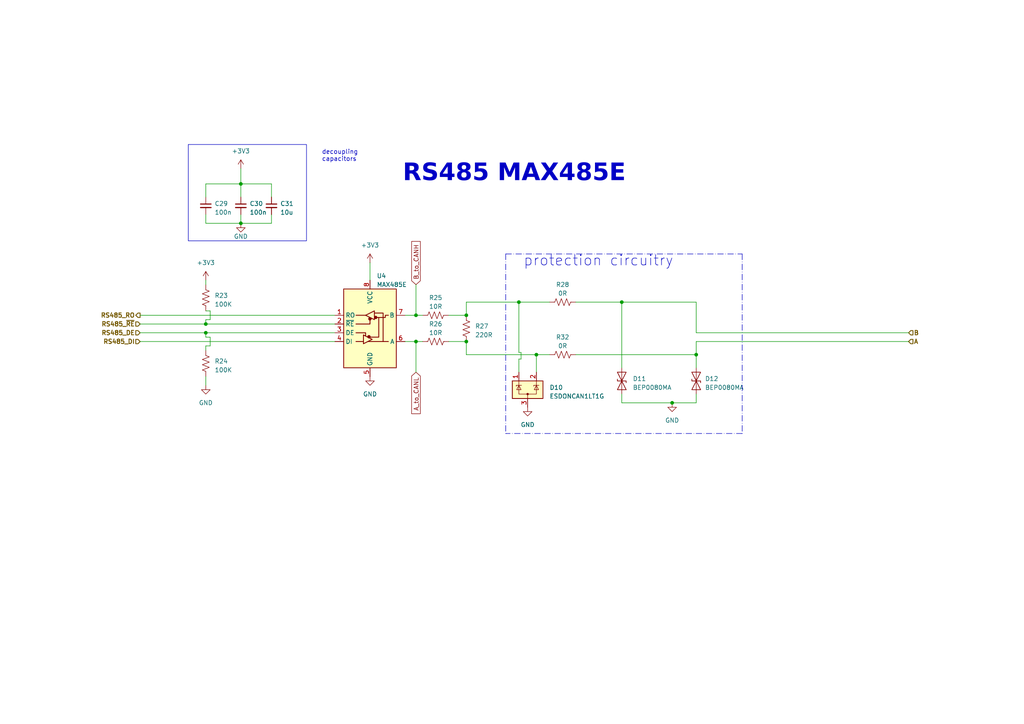
<source format=kicad_sch>
(kicad_sch (version 20230121) (generator eeschema)
  (paper "A4")
  (lib_symbols
    (symbol "Device:C_Small" (pin_numbers hide) (pin_names (offset 0.254) hide)
      (property "Reference" "C" (at 0.254 1.778 0))
      (property "Value" "C_Small" (at 0.254 -2.032 0))
      (symbol "C_Small_0_1"
        (polyline (pts (xy -1.524 -0.508) (xy 1.524 -0.508)) (stroke (width 0.3302)))
        (polyline (pts (xy -1.524 0.508) (xy 1.524 0.508)) (stroke (width 0.3048)))
      )
      (symbol "C_Small_1_1"
        (pin passive line (at 0 2.54 270) (length 2.032) (name "~") (number "1"))
        (pin passive line (at 0 -2.54 90) (length 2.032) (name "~") (number "2"))
      )
    )
    (symbol "Device:R_US" (pin_numbers hide) (pin_names (offset 0))
      (property "Reference" "R" (at 2.54 0 90))
      (property "Value" "R_US" (at -2.54 0 90))
      (symbol "R_US_0_1"
        (polyline (pts (xy 0 -2.286) (xy 0 -2.54)))
        (polyline (pts (xy 0 2.286) (xy 0 2.54)))
        (polyline (pts (xy 0 -0.762) (xy 1.016 -1.143) (xy 0 -1.524) (xy -1.016 -1.905) (xy 0 -2.286)))
        (polyline (pts (xy 0 0.762) (xy 1.016 0.381) (xy 0 0) (xy -1.016 -0.381) (xy 0 -0.762)))
        (polyline (pts (xy 0 2.286) (xy 1.016 1.905) (xy 0 1.524) (xy -1.016 1.143) (xy 0 0.762)))
      )
      (symbol "R_US_1_1"
        (pin passive line (at 0 3.81 270) (length 1.27) (name "~") (number "1"))
        (pin passive line (at 0 -3.81 90) (length 1.27) (name "~") (number "2"))
      )
    )
    (symbol "Diode:SD05_SOD323" (pin_numbers hide) (pin_names (offset 1.016) hide)
      (property "Reference" "D" (at 0 2.54 0))
      (property "Value" "SD05_SOD323" (at 0 -2.54 0))
      (symbol "SD05_SOD323_0_1"
        (polyline (pts (xy 1.27 0) (xy -1.27 0)))
        (polyline (pts (xy -2.54 -1.27) (xy 0 0) (xy -2.54 1.27) (xy -2.54 -1.27)) (stroke (width 0.2032)))
        (polyline (pts (xy 0.508 1.27) (xy 0 1.27) (xy 0 -1.27) (xy -0.508 -1.27)) (stroke (width 0.2032)))
        (polyline (pts (xy 2.54 1.27) (xy 2.54 -1.27) (xy 0 0) (xy 2.54 1.27)) (stroke (width 0.2032)))
      )
      (symbol "SD05_SOD323_1_1"
        (pin passive line (at -3.81 0 0) (length 2.54) (name "A1") (number "1"))
        (pin passive line (at 3.81 0 180) (length 2.54) (name "A2") (number "2"))
      )
    )
    (symbol "Interface_UART:MAX485E"
      (property "Reference" "U" (at -6.096 11.43 0))
      (property "Value" "MAX485E" (at 0.762 11.43 0))
      (symbol "MAX485E_0_1"
        (rectangle (start -7.62 10.16) (end 7.62 -12.7) (stroke (width 0.254)) (fill (type background)))
        (circle (center -0.3048 -3.683) (radius 0.3556) (stroke (width 0.254)) (fill (type outline)))
        (circle (center -0.0254 1.4986) (radius 0.3556) (stroke (width 0.254)) (fill (type outline)))
        (polyline (pts (xy -4.064 -5.08) (xy -1.905 -5.08)) (stroke (width 0.254)))
        (polyline (pts (xy -4.064 2.54) (xy -1.27 2.54)) (stroke (width 0.254)))
        (polyline (pts (xy -1.27 -3.2004) (xy -1.27 -3.4544)) (stroke (width 0.254)))
        (polyline (pts (xy -0.635 -5.08) (xy 5.334 -5.08)) (stroke (width 0.254)))
        (polyline (pts (xy -4.064 -2.54) (xy -1.27 -2.54) (xy -1.27 -3.175)) (stroke (width 0.254)))
        (polyline (pts (xy 0 1.27) (xy 0 0) (xy -4.064 0)) (stroke (width 0.254)))
        (polyline (pts (xy 1.27 3.175) (xy 3.81 3.175) (xy 3.81 -5.08)) (stroke (width 0.254)))
        (polyline (pts (xy 2.54 1.905) (xy 2.54 -3.81) (xy 0 -3.81)) (stroke (width 0.254)))
        (polyline (pts (xy -1.905 -3.175) (xy -1.905 -5.715) (xy 0.635 -4.445) (xy -1.905 -3.175)) (stroke (width 0.254)))
        (polyline (pts (xy -1.27 2.54) (xy 1.27 3.81) (xy 1.27 1.27) (xy -1.27 2.54)) (stroke (width 0.254)))
        (polyline (pts (xy 1.905 1.905) (xy 4.445 1.905) (xy 4.445 2.54) (xy 5.334 2.54)) (stroke (width 0.254)))
        (rectangle (start 1.27 3.175) (end 1.27 3.175))
        (circle (center 1.651 1.905) (radius 0.3556) (stroke (width 0.254)) (fill (type outline)))
      )
      (symbol "MAX485E_1_1"
        (pin output line (at -10.16 2.54 0) (length 2.54) (name "RO") (number "1"))
        (pin input line (at -10.16 0 0) (length 2.54) (name "~{RE}") (number "2"))
        (pin input line (at -10.16 -2.54 0) (length 2.54) (name "DE") (number "3"))
        (pin input line (at -10.16 -5.08 0) (length 2.54) (name "DI") (number "4"))
        (pin power_in line (at 0 -15.24 90) (length 2.54) (name "GND") (number "5"))
        (pin bidirectional line (at 10.16 -5.08 180) (length 2.54) (name "A") (number "6"))
        (pin bidirectional line (at 10.16 2.54 180) (length 2.54) (name "B") (number "7"))
        (pin power_in line (at 0 12.7 270) (length 2.54) (name "VCC") (number "8"))
      )
    )
    (symbol "Power_Protection:SP0502BAHT" (pin_names hide)
      (property "Reference" "D" (at 5.715 2.54 0))
      (property "Value" "SP0502BAHT" (at 5.715 0.635 0))
      (symbol "SP0502BAHT_0_0"
        (pin passive line (at 0 -5.08 90) (length 2.54) (name "A") (number "3"))
      )
      (symbol "SP0502BAHT_0_1"
        (rectangle (start -4.445 2.54) (end 4.445 -2.54) (stroke (width 0.254)) (fill (type background)))
        (circle (center 0 -1.27) (radius 0.254) (fill (type outline)))
        (polyline (pts (xy -2.54 2.54) (xy -2.54 1.27)))
        (polyline (pts (xy 0 -1.27) (xy 0 -2.54)))
        (polyline (pts (xy 2.54 2.54) (xy 2.54 1.27)))
        (polyline (pts (xy -3.302 1.016) (xy -3.302 1.27) (xy -1.905 1.27) (xy -1.778 1.27)))
        (polyline (pts (xy -2.54 1.27) (xy -2.54 -1.27) (xy 2.54 -1.27) (xy 2.54 1.27)))
        (polyline (pts (xy -2.54 1.27) (xy -1.905 0) (xy -3.175 0) (xy -2.54 1.27)))
        (polyline (pts (xy 1.778 1.016) (xy 1.778 1.27) (xy 3.175 1.27) (xy 3.302 1.27)))
        (polyline (pts (xy 2.54 1.27) (xy 1.905 0) (xy 3.175 0) (xy 2.54 1.27)))
      )
      (symbol "SP0502BAHT_1_1"
        (pin passive line (at -2.54 5.08 270) (length 2.54) (name "K") (number "1"))
        (pin passive line (at 2.54 5.08 270) (length 2.54) (name "K") (number "2"))
      )
    )
    (symbol "power:+3V3" (power) (pin_names (offset 0))
      (property "Value" "+3V3" (at 0 3.556 0))
      (symbol "+3V3_0_1"
        (polyline (pts (xy -0.762 1.27) (xy 0 2.54)))
        (polyline (pts (xy 0 0) (xy 0 2.54)))
        (polyline (pts (xy 0 2.54) (xy 0.762 1.27)))
      )
      (symbol "+3V3_1_1"
        (pin power_in line (at 0 0 90) (length 0) hide (name "+3V3") (number "1"))
      )
    )
    (symbol "power:GND" (power) (pin_names (offset 0))
      (property "Value" "GND" (at 0 -3.81 0))
      (symbol "GND_0_1"
        (polyline (pts (xy 0 0) (xy 0 -1.27) (xy 1.27 -1.27) (xy 0 -2.54) (xy -1.27 -1.27) (xy 0 -1.27)))
      )
      (symbol "GND_1_1"
        (pin power_in line (at 0 0 270) (length 0) hide (name "GND") (number "1"))
      )
    )
  )
  (junction (at 150.495 87.63))
  (junction (at 135.255 91.44))
  (junction (at 120.65 99.06))
  (junction (at 59.69 93.98))
  (junction (at 194.945 116.84))
  (junction (at 135.255 99.06))
  (junction (at 69.85 64.77))
  (junction (at 180.34 87.63))
  (junction (at 155.575 102.87))
  (junction (at 120.65 91.44))
  (junction (at 69.85 53.34))
  (junction (at 201.93 102.87))
  (junction (at 59.69 96.52))
  (wire (pts (xy 120.65 91.44) (xy 122.555 91.44)))
  (wire (pts (xy 59.69 90.17) (xy 60.96 90.17)))
  (wire (pts (xy 59.69 109.22) (xy 59.69 111.76)))
  (wire (pts (xy 155.575 102.87) (xy 159.385 102.87)))
  (wire (pts (xy 117.475 91.44) (xy 120.65 91.44)))
  (wire (pts (xy 59.69 96.52) (xy 97.155 96.52)))
  (wire (pts (xy 78.74 53.34) (xy 78.74 57.15)))
  (wire (pts (xy 201.93 102.87) (xy 201.93 106.68)))
  (polyline (pts (xy 215.265 73.66) (xy 215.265 125.73)) (stroke (width 0) (type dash_dot)))
  (polyline (pts (xy 215.265 125.73) (xy 146.685 125.73)) (stroke (width 0) (type dash_dot)))
  (wire (pts (xy 167.005 87.63) (xy 180.34 87.63)))
  (wire (pts (xy 60.96 97.79) (xy 60.96 100.33)))
  (wire (pts (xy 155.575 107.95) (xy 155.575 102.87)))
  (wire (pts (xy 150.495 102.235) (xy 150.495 87.63)))
  (wire (pts (xy 107.315 76.2) (xy 107.315 81.28)))
  (wire (pts (xy 135.255 99.06) (xy 135.255 102.87)))
  (wire (pts (xy 201.93 116.84) (xy 201.93 114.3)))
  (wire (pts (xy 151.13 104.14) (xy 151.13 102.235)))
  (wire (pts (xy 69.85 64.77) (xy 78.74 64.77)))
  (wire (pts (xy 180.34 116.84) (xy 194.945 116.84)))
  (wire (pts (xy 59.69 93.98) (xy 97.155 93.98)))
  (wire (pts (xy 120.65 107.95) (xy 120.65 99.06)))
  (wire (pts (xy 40.64 93.98) (xy 59.69 93.98)))
  (wire (pts (xy 201.93 96.52) (xy 263.525 96.52)))
  (wire (pts (xy 59.69 100.33) (xy 59.69 101.6)))
  (wire (pts (xy 180.34 87.63) (xy 180.34 106.68)))
  (wire (pts (xy 69.85 53.34) (xy 69.85 57.15)))
  (wire (pts (xy 130.175 91.44) (xy 135.255 91.44)))
  (wire (pts (xy 117.475 99.06) (xy 120.65 99.06)))
  (wire (pts (xy 201.93 96.52) (xy 201.93 87.63)))
  (wire (pts (xy 201.93 99.06) (xy 263.525 99.06)))
  (wire (pts (xy 59.69 92.71) (xy 59.69 93.98)))
  (wire (pts (xy 120.65 82.55) (xy 120.65 91.44)))
  (wire (pts (xy 59.69 81.28) (xy 59.69 82.55)))
  (wire (pts (xy 60.96 100.33) (xy 59.69 100.33)))
  (wire (pts (xy 60.96 92.71) (xy 59.69 92.71)))
  (wire (pts (xy 59.69 97.79) (xy 60.96 97.79)))
  (wire (pts (xy 59.69 57.15) (xy 59.69 53.34)))
  (wire (pts (xy 59.69 64.77) (xy 59.69 62.23)))
  (polyline (pts (xy 146.685 73.66) (xy 215.265 73.66)) (stroke (width 0) (type dash_dot)))
  (wire (pts (xy 40.64 91.44) (xy 97.155 91.44)))
  (wire (pts (xy 69.85 62.23) (xy 69.85 64.77)))
  (wire (pts (xy 59.69 64.77) (xy 69.85 64.77)))
  (wire (pts (xy 150.495 87.63) (xy 159.385 87.63)))
  (wire (pts (xy 180.34 114.3) (xy 180.34 116.84)))
  (wire (pts (xy 120.65 99.06) (xy 122.555 99.06)))
  (wire (pts (xy 59.69 96.52) (xy 59.69 97.79)))
  (wire (pts (xy 135.255 87.63) (xy 150.495 87.63)))
  (wire (pts (xy 150.495 104.14) (xy 151.13 104.14)))
  (wire (pts (xy 201.93 99.06) (xy 201.93 102.87)))
  (wire (pts (xy 180.34 87.63) (xy 201.93 87.63)))
  (polyline (pts (xy 146.685 73.66) (xy 146.685 125.73)) (stroke (width 0) (type dash_dot)))
  (wire (pts (xy 40.64 99.06) (xy 97.155 99.06)))
  (wire (pts (xy 167.005 102.87) (xy 201.93 102.87)))
  (wire (pts (xy 150.495 107.95) (xy 150.495 104.14)))
  (wire (pts (xy 130.175 99.06) (xy 135.255 99.06)))
  (wire (pts (xy 135.255 102.87) (xy 155.575 102.87)))
  (wire (pts (xy 40.64 96.52) (xy 59.69 96.52)))
  (wire (pts (xy 69.85 48.895) (xy 69.85 53.34)))
  (wire (pts (xy 69.85 53.34) (xy 78.74 53.34)))
  (wire (pts (xy 151.13 102.235) (xy 150.495 102.235)))
  (wire (pts (xy 135.255 91.44) (xy 135.255 87.63)))
  (wire (pts (xy 59.69 53.34) (xy 69.85 53.34)))
  (wire (pts (xy 78.74 62.23) (xy 78.74 64.77)))
  (wire (pts (xy 194.945 116.84) (xy 201.93 116.84)))
  (wire (pts (xy 60.96 90.17) (xy 60.96 92.71)))
  (rectangle (start 54.61 41.91) (end 88.9 69.85))
  (text "protection circuitry" (at 151.765 77.47 0) (effects (font (size 3 3)) (justify left bottom)))
  (text "RS485 MAX485E" (at 116.84 54.61 0) (effects (font (size 5 5) (thickness 1) bold) (justify left bottom)))
  (text "decoupling \ncapacitors" (at 93.345 46.99 0) (effects (font (size 1.27 1.27)) (justify left bottom)))
  (global_label "A_to_CANL" (shape input) (at 120.65 107.95 270) (property "Intersheetrefs" "${INTERSHEET_REFS}" (effects hide)))
  (global_label "B_to_CANH" (shape input) (at 120.65 82.55 90) (property "Intersheetrefs" "${INTERSHEET_REFS}" (effects hide)))
  (hierarchical_label "B" (shape input) (at 263.525 96.52 0) (effects (font bold)))
  (hierarchical_label "RS485_RO" (shape output) (at 40.64 91.44 180) (effects (font bold)))
  (hierarchical_label "RS485_DE" (shape input) (at 40.64 96.52 180) (effects (font bold)))
  (hierarchical_label "A" (shape input) (at 263.525 99.06 0) (effects (font bold)))
  (hierarchical_label "RS485_DI" (shape input) (at 40.64 99.06 180) (effects (font bold)))
  (hierarchical_label "RS485_~{RE}" (shape input) (at 40.64 93.98 180) (effects (font bold)))
  (symbol (lib_id "power:+3V3") (at 69.85 48.895 0) (unit 1)
    (property "Reference" "#PWR04" (effects hide))
    (property "Value" "+3V3" (at 69.85 43.815 0))
    (instances (project "GSM_module_v3" (path "" (reference "#PWR04") (unit 1)) (path "" (reference "#PWR044") (unit 1))))
  )
  (symbol (lib_id "Device:R_US") (at 163.195 87.63 90) (unit 1)
    (property "Reference" "R28" (at 163.195 82.55 90))
    (property "Value" "0R" (at 163.195 85.09 90))
    (property "Footprint" "Resistor_SMD:R_0402_1005Metric" (effects hide))
    (instances (project "GSM_module_v3" (path "" (reference "R28") (unit 1))) (project "BIM_PCB" (path "" (reference "R37") (unit 1))) (project "MAX485" (path "" (reference "R42") (unit 1))) (project "ELIESTER_V2" (path "" (reference "R42") (unit 1))))
  )
  (symbol (lib_id "power:GND") (at 59.69 111.76 0) (unit 1)
    (property "Reference" "#PWR043" (effects hide))
    (property "Value" "GND" (at 59.69 116.84 0))
    (instances (project "GSM_module_v3" (path "" (reference "#PWR043") (unit 1))) (project "BIM_PCB" (path "" (reference "#PWR083") (unit 1))) (project "MAX485" (path "" (reference "#PWR042") (unit 1))) (project "ELIESTER_V2" (path "" (reference "#PWR042") (unit 1))))
  )
  (symbol (lib_id "power:GND") (at 194.945 116.84 0) (unit 1)
    (property "Reference" "#PWR049" (effects hide))
    (property "Value" "GND" (at 194.945 121.92 0))
    (instances (project "GSM_module_v3" (path "" (reference "#PWR049") (unit 1))) (project "BIM_PCB" (path "" (reference "#PWR060") (unit 1))) (project "MAX485" (path "" (reference "#PWR088") (unit 1))) (project "ELIESTER_V2" (path "" (reference "#PWR088") (unit 1))))
  )
  (symbol (lib_id "Device:R_US") (at 59.69 86.36 180) (unit 1)
    (property "Reference" "R23" (at 62.23 85.725 0) (effects (justify right)))
    (property "Value" "100K" (at 62.23 88.265 0) (effects (justify right)))
    (property "Footprint" "Resistor_SMD:R_0402_1005Metric" (effects hide))
    (instances (project "GSM_module_v3" (path "" (reference "R23") (unit 1))) (project "BIM_PCB" (path "" (reference "R31") (unit 1))) (project "MAX485" (path "" (reference "R42") (unit 1))) (project "ELIESTER_V2" (path "" (reference "R42") (unit 1))))
  )
  (symbol (lib_id "Device:R_US") (at 126.365 91.44 90) (unit 1)
    (property "Reference" "R25" (at 126.365 86.36 90))
    (property "Value" "10R" (at 126.365 88.9 90))
    (property "Footprint" "Resistor_SMD:R_0402_1005Metric" (effects hide))
    (instances (project "GSM_module_v3" (path "" (reference "R25") (unit 1))) (project "BIM_PCB" (path "" (reference "R37") (unit 1))) (project "MAX485" (path "" (reference "R42") (unit 1))) (project "ELIESTER_V2" (path "" (reference "R42") (unit 1))))
  )
  (symbol (lib_id "Device:R_US") (at 126.365 99.06 90) (unit 1)
    (property "Reference" "R26" (at 126.365 93.98 90))
    (property "Value" "10R" (at 126.365 96.52 90))
    (property "Footprint" "Resistor_SMD:R_0402_1005Metric" (effects hide))
    (instances (project "GSM_module_v3" (path "" (reference "R26") (unit 1))) (project "BIM_PCB" (path "" (reference "R39") (unit 1))) (project "MAX485" (path "" (reference "R44") (unit 1))) (project "ELIESTER_V2" (path "" (reference "R44") (unit 1))))
  )
  (symbol (lib_id "power:GND") (at 153.035 118.11 0) (unit 1)
    (property "Reference" "#PWR048" (effects hide))
    (property "Value" "GND" (at 153.035 123.19 0))
    (instances (project "GSM_module_v3" (path "" (reference "#PWR048") (unit 1))) (project "BIM_PCB" (path "" (reference "#PWR061") (unit 1))) (project "MAX485" (path "" (reference "#PWR089") (unit 1))) (project "ELIESTER_V2" (path "" (reference "#PWR089") (unit 1))))
  )
  (symbol (lib_id "Device:C_Small") (at 59.69 59.69 0) (unit 1)
    (property "Reference" "C29" (at 62.23 59.0613 0) (effects (justify left)))
    (property "Value" "100n" (at 62.23 61.6013 0) (effects (justify left)))
    (property "Footprint" "Capacitor_SMD:C_0402_1005Metric" (effects hide))
    (instances (project "GSM_module_v3" (path "" (reference "C29") (unit 1))) (project "BIM_PCB" (path "" (reference "C30") (unit 1))) (project "MAX485" (path "" (reference "C61") (unit 1))) (project "ELIESTER_V2" (path "" (reference "C61") (unit 1))))
  )
  (symbol (lib_id "Diode:SD05_SOD323") (at 180.34 110.49 90) (unit 1)
    (property "Reference" "D11" (at 183.515 109.855 90) (effects (justify right)))
    (property "Value" "BEP0080MA" (at 183.515 112.395 90) (effects (justify right)))
    (property "Footprint" "Diode_SMD:D_SOD-123" (effects hide))
    (property "Datasheet" "https://www.littelfuse.com/~/media/electronics/datasheets/tvs_diode_arrays/littelfuse_tvs_diode_array_sd_c_datasheet.pdf.pdf" (effects hide))
    (instances (project "GSM_module_v3" (path "" (reference "D11") (unit 1))) (project "BIM_PCB" (path "" (reference "D7") (unit 1))) (project "MAX485" (path "" (reference "D14") (unit 1))) (project "ELIESTER_V2" (path "" (reference "D14") (unit 1))))
  )
  (symbol (lib_id "power:+3V3") (at 59.69 81.28 0) (unit 1)
    (property "Reference" "#PWR04" (effects hide))
    (property "Value" "+3V3" (at 59.69 76.2 0))
    (instances (project "GSM_module_v3" (path "" (reference "#PWR04") (unit 1)) (path "" (reference "#PWR046") (unit 1))))
  )
  (symbol (lib_id "power:+3V3") (at 107.315 76.2 0) (unit 1)
    (property "Reference" "#PWR04" (effects hide))
    (property "Value" "+3V3" (at 107.315 71.12 0))
    (instances (project "GSM_module_v3" (path "" (reference "#PWR04") (unit 1)) (path "" (reference "#PWR042") (unit 1))))
  )
  (symbol (lib_id "Device:R_US") (at 163.195 102.87 90) (unit 1)
    (property "Reference" "R32" (at 163.195 97.79 90))
    (property "Value" "0R" (at 163.195 100.33 90))
    (property "Footprint" "Resistor_SMD:R_0402_1005Metric" (effects hide))
    (instances (project "GSM_module_v3" (path "" (reference "R32") (unit 1))) (project "BIM_PCB" (path "" (reference "R37") (unit 1))) (project "MAX485" (path "" (reference "R42") (unit 1))) (project "ELIESTER_V2" (path "" (reference "R42") (unit 1))))
  )
  (symbol (lib_id "power:GND") (at 107.315 109.22 0) (unit 1)
    (property "Reference" "#PWR047" (effects hide))
    (property "Value" "GND" (at 107.315 114.3 0))
    (instances (project "GSM_module_v3" (path "" (reference "#PWR047") (unit 1))) (project "BIM_PCB" (path "" (reference "#PWR059") (unit 1))) (project "MAX485" (path "" (reference "#PWR042") (unit 1))) (project "ELIESTER_V2" (path "" (reference "#PWR042") (unit 1))))
  )
  (symbol (lib_id "power:GND") (at 69.85 64.77 0) (unit 1)
    (property "Reference" "#PWR045" (effects hide))
    (property "Value" "GND" (at 69.85 68.58 0))
    (instances (project "GSM_module_v3" (path "" (reference "#PWR045") (unit 1))) (project "BIM_PCB" (path "" (reference "#PWR055") (unit 1))) (project "MAX485" (path "" (reference "#PWR092") (unit 1))) (project "ELIESTER_V2" (path "" (reference "#PWR092") (unit 1))))
  )
  (symbol (lib_id "Interface_UART:MAX485E") (at 107.315 93.98 0) (unit 1)
    (property "Reference" "U4" (at 109.2709 80.01 0) (effects (justify left)))
    (property "Value" "MAX485E" (at 109.2709 82.55 0) (effects (justify left)))
    (property "Footprint" "Package_SO:SOP-8_3.9x4.9mm_P1.27mm" (effects hide))
    (property "Datasheet" "https://datasheets.maximintegrated.com/en/ds/MAX1487E-MAX491E.pdf" (effects hide))
    (instances (project "GSM_module_v3" (path "" (reference "U4") (unit 1))) (project "BIM_PCB" (path "" (reference "U5") (unit 1))) (project "MAX485" (path "" (reference "U15") (unit 1))) (project "ELIESTER_V2" (path "" (reference "U15") (unit 1))))
  )
  (symbol (lib_id "Device:R_US") (at 59.69 105.41 180) (unit 1)
    (property "Reference" "R24" (at 62.23 104.775 0) (effects (justify right)))
    (property "Value" "100K" (at 62.23 107.315 0) (effects (justify right)))
    (property "Footprint" "Resistor_SMD:R_0402_1005Metric" (effects hide))
    (instances (project "GSM_module_v3" (path "" (reference "R24") (unit 1))) (project "BIM_PCB" (path "" (reference "R32") (unit 1))) (project "MAX485" (path "" (reference "R42") (unit 1))) (project "ELIESTER_V2" (path "" (reference "R42") (unit 1))))
  )
  (symbol (lib_id "Power_Protection:SP0502BAHT") (at 153.035 113.03 0) (unit 1)
    (property "Reference" "D10" (at 159.385 112.395 0) (effects (justify left)))
    (property "Value" "ESDONCAN1LT1G" (at 159.385 114.935 0) (effects (justify left)))
    (property "Footprint" "Package_TO_SOT_SMD:SOT-23" (effects hide))
    (property "Datasheet" "http://www.littelfuse.com/~/media/files/littelfuse/technical%20resources/documents/data%20sheets/sp05xxba.pdf" (effects hide))
    (instances (project "GSM_module_v3" (path "" (reference "D10") (unit 1))) (project "BIM_PCB" (path "" (reference "D9") (unit 1))) (project "MAX485" (path "" (reference "D16") (unit 1))) (project "ELIESTER_V2" (path "" (reference "D16") (unit 1))))
  )
  (symbol (lib_id "Device:R_US") (at 135.255 95.25 180) (unit 1)
    (property "Reference" "R27" (at 137.795 94.615 0) (effects (justify right)))
    (property "Value" "220R" (at 137.795 97.155 0) (effects (justify right)))
    (property "Footprint" "Resistor_SMD:R_0402_1005Metric" (effects hide))
    (instances (project "GSM_module_v3" (path "" (reference "R27") (unit 1))) (project "BIM_PCB" (path "" (reference "R38") (unit 1))) (project "MAX485" (path "" (reference "R43") (unit 1))) (project "ELIESTER_V2" (path "" (reference "R43") (unit 1))))
  )
  (symbol (lib_id "Device:C_Small") (at 69.85 59.69 0) (unit 1)
    (property "Reference" "C30" (at 72.39 59.0613 0) (effects (justify left)))
    (property "Value" "100n" (at 72.39 61.6013 0) (effects (justify left)))
    (property "Footprint" "Capacitor_SMD:C_0402_1005Metric" (effects hide))
    (instances (project "GSM_module_v3" (path "" (reference "C30") (unit 1))) (project "BIM_PCB" (path "" (reference "C31") (unit 1))) (project "MAX485" (path "" (reference "C62") (unit 1))) (project "ELIESTER_V2" (path "" (reference "C62") (unit 1))))
  )
  (symbol (lib_id "Device:C_Small") (at 78.74 59.69 0) (unit 1)
    (property "Reference" "C31" (at 81.28 59.0613 0) (effects (justify left)))
    (property "Value" "10u" (at 81.28 61.6013 0) (effects (justify left)))
    (property "Footprint" "Capacitor_SMD:C_0402_1005Metric" (effects hide))
    (instances (project "GSM_module_v3" (path "" (reference "C31") (unit 1))) (project "BIM_PCB" (path "" (reference "C32") (unit 1))) (project "MAX485" (path "" (reference "C63") (unit 1))) (project "ELIESTER_V2" (path "" (reference "C63") (unit 1))))
  )
  (symbol (lib_id "Diode:SD05_SOD323") (at 201.93 110.49 90) (unit 1)
    (property "Reference" "D12" (at 204.47 109.855 90) (effects (justify right)))
    (property "Value" "BEP0080MA" (at 204.47 112.395 90) (effects (justify right)))
    (property "Footprint" "Diode_SMD:D_SOD-123" (effects hide))
    (property "Datasheet" "https://www.littelfuse.com/~/media/electronics/datasheets/tvs_diode_arrays/littelfuse_tvs_diode_array_sd_c_datasheet.pdf.pdf" (effects hide))
    (instances (project "GSM_module_v3" (path "" (reference "D12") (unit 1))) (project "BIM_PCB" (path "" (reference "D8") (unit 1))) (project "MAX485" (path "" (reference "D15") (unit 1))) (project "ELIESTER_V2" (path "" (reference "D15") (unit 1))))
  )
)
</source>
